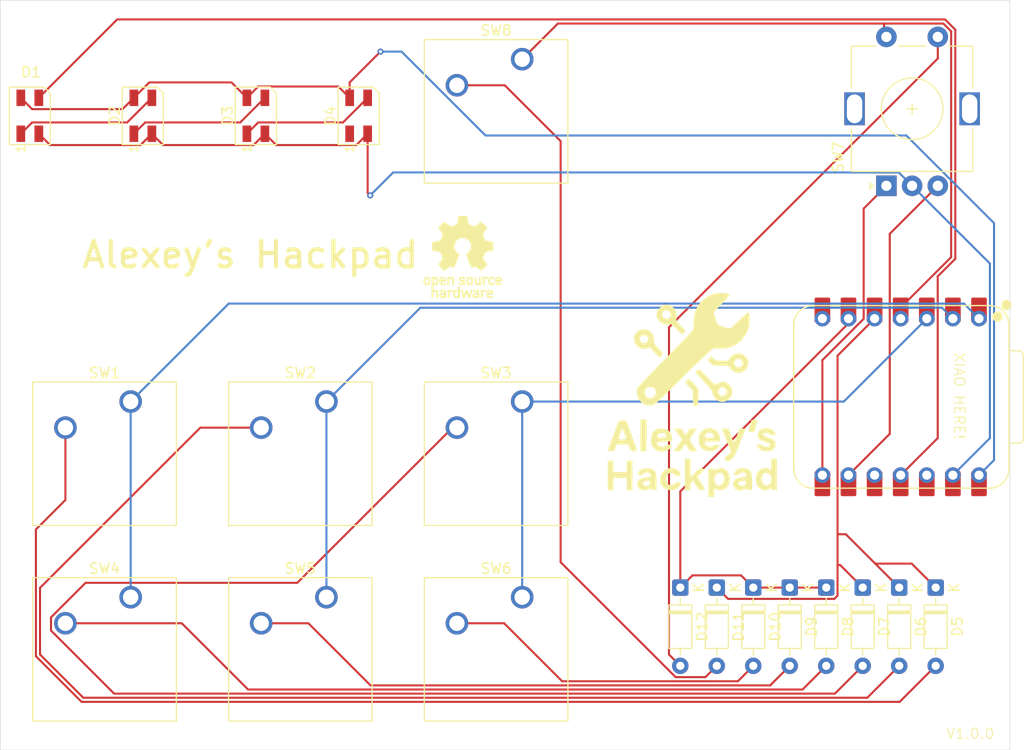
<source format=kicad_pcb>
(kicad_pcb (version 20241229) (generator "pcbnew") (generator_version "9.0")
  (layers (0 "F.Cu" signal) (2 "B.Cu" signal) (13 "F.Paste" user) (15 "B.Paste" user) (5 "F.SilkS" user "F.Silkscreen") (7 "B.SilkS" user "B.Silkscreen") (1 "F.Mask" user) (3 "B.Mask" user) (25 "Edge.Cuts" user))
  (net 0 "")
  (net 1 "LED")
  (net 2 "GND")
  (net 3 "Net-(D1-DOUT)")
  (net 4 "+5V")
  (net 5 "Net-(D2-DOUT)")
  (net 6 "Net-(D3-DOUT)")
  (net 8 "Net-(D5-A)")
  (net 9 "ROW0")
  (net 10 "Net-(D6-A)")
  (net 11 "Net-(D7-A)")
  (net 12 "ROW1")
  (net 13 "Net-(D8-A)")
  (net 14 "Net-(D9-A)")
  (net 15 "Net-(D10-A)")
  (net 16 "COL0")
  (net 17 "COL1")
  (net 18 "COL2")
  (net 19 "Net-(D11-A)")
  (net 20 "Net-(D12-A)")
  (net 23 "COL3")
  (net 25 "ROT0")
  (net 26 "ROT1")
  (footprint "Button_Switch_Keyboard:SW_Cherry_MX_1.00u_PCB" (layer "F.Cu") (at 59.69 102.07625)
    (property "Reference" "SW1" (at -2.54 -2.794 0) (layer "F.SilkS"))
    (property "Value" "SW_Push")
    (pad "" np_thru_hole circle (at -7.62 5.08) (size 1.7 1.7) (drill 1.7) (layers "*.Cu" "*.Mask"))
    (pad "" np_thru_hole circle (at -2.54 5.08) (size 4 4) (drill 4) (layers "*.Cu" "*.Mask"))
    (pad "" np_thru_hole circle (at 2.54 5.08) (size 1.7 1.7) (drill 1.7) (layers "*.Cu" "*.Mask"))
    (pad "1" thru_hole circle (at 0 0) (size 2.2 2.2) (drill 1.5) (layers "*.Cu" "*.Mask") (net 16 "COL0"))
    (pad "2" thru_hole circle (at -6.35 2.54) (size 2.2 2.2) (drill 1.5) (layers "*.Cu" "*.Mask") (net 8 "Net-(D5-A)"))
  )
  (footprint "LED_SMD:LED_SK6812MINI_PLCC4_3.5x3.5mm_P1.75mm" (layer "F.Cu") (at 71.875 74.25 90)
    (property "Reference" "D3" (at 0 -2.75 90) (layer "F.SilkS"))
    (property "Value" "SK6812MINI")
    (fp_text user "1" (at -3.2 -0.875 90) (layer "F.SilkS") (effects (font (size 0.8 0.8))))
    (pad "1" smd rect (at -1.75 -0.875 90) (size 1.6 0.85) (layers "F.Cu" "F.Mask" "F.Paste") (net 6 "Net-(D3-DOUT)"))
    (pad "2" smd rect (at -1.75 0.875 90) (size 1.6 0.85) (layers "F.Cu" "F.Mask" "F.Paste") (net 2 "GND"))
    (pad "3" smd rect (at 1.75 0.875 90) (size 1.6 0.85) (layers "F.Cu" "F.Mask" "F.Paste") (net 5 "Net-(D2-DOUT)"))
    (pad "4" smd rect (at 1.75 -0.875 90) (size 1.6 0.85) (layers "F.Cu" "F.Mask" "F.Paste") (net 4 "+5V"))
  )
  (footprint "LED_SMD:LED_SK6812MINI_PLCC4_3.5x3.5mm_P1.75mm" (layer "F.Cu") (at 49.875 74.25 90)
    (property "Reference" "D1" (at 4.25 0.125 180) (layer "F.SilkS"))
    (property "Value" "SK6812MINI")
    (fp_text user "1" (at -3.2 -0.875 90) (layer "F.SilkS") (effects (font (size 0.8 0.8))))
    (pad "1" smd rect (at -1.75 -0.875 90) (size 1.6 0.85) (layers "F.Cu" "F.Mask" "F.Paste") (net 3 "Net-(D1-DOUT)"))
    (pad "2" smd rect (at -1.75 0.875 90) (size 1.6 0.85) (layers "F.Cu" "F.Mask" "F.Paste") (net 2 "GND"))
    (pad "3" smd rect (at 1.75 0.875 90) (size 1.6 0.85) (layers "F.Cu" "F.Mask" "F.Paste") (net 1 "LED"))
    (pad "4" smd rect (at 1.75 -0.875 90) (size 1.6 0.85) (layers "F.Cu" "F.Mask" "F.Paste") (net 4 "+5V"))
  )
  (footprint "OPL:XIAO-RP2040-DIP" (layer "F.Cu") (at 134.62 101.62 -90)
    (property "Reference" "U1" (hide yes))
    (property "Value" "XIAO-RP2040-DIP")
    (pad "1" smd roundrect (at -8.455 -7.62 90) (size 2.432 1.524) (layers "F.Cu" "F.Mask") (roundrect_rratio 0.1) (net 16 "COL0"))
    (pad "1" thru_hole circle (at -7.62 -7.62 90) (size 1.524 1.524) (drill 0.889) (layers "*.Cu" "*.Mask") (net 16 "COL0"))
    (pad "2" smd roundrect (at -8.455 -5.08 90) (size 2.432 1.524) (layers "F.Cu" "F.Mask") (roundrect_rratio 0.1) (net 17 "COL1"))
    (pad "2" thru_hole circle (at -7.62 -5.08 90) (size 1.524 1.524) (drill 0.889) (layers "*.Cu" "*.Mask") (net 17 "COL1"))
    (pad "3" smd roundrect (at -8.455 -2.54 90) (size 2.432 1.524) (layers "F.Cu" "F.Mask") (roundrect_rratio 0.1) (net 18 "COL2"))
    (pad "3" thru_hole circle (at -7.62 -2.54 90) (size 1.524 1.524) (drill 0.889) (layers "*.Cu" "*.Mask") (net 18 "COL2"))
    (pad "4" smd roundrect (at -8.455 0 90) (size 2.432 1.524) (layers "F.Cu" "F.Mask") (roundrect_rratio 0.1) (net 23 "COL3"))
    (pad "4" thru_hole circle (at -7.62 0 90) (size 1.524 1.524) (drill 0.889) (layers "*.Cu" "*.Mask") (net 23 "COL3"))
    (pad "5" smd roundrect (at -8.455 2.54 90) (size 2.432 1.524) (layers "F.Cu" "F.Mask") (roundrect_rratio 0.1) (net 9 "ROW0"))
    (pad "5" thru_hole circle (at -7.62 2.54 90) (size 1.524 1.524) (drill 0.889) (layers "*.Cu" "*.Mask") (net 9 "ROW0"))
    (pad "6" smd roundrect (at -8.455 5.08 90) (size 2.432 1.524) (layers "F.Cu" "F.Mask") (roundrect_rratio 0.1) (net 12 "ROW1"))
    (pad "6" thru_hole circle (at -7.62 5.08 90) (size 1.524 1.524) (drill 0.889) (layers "*.Cu" "*.Mask") (net 12 "ROW1"))
    (pad "7" smd roundrect (at -8.455 7.62 90) (size 2.432 1.524) (layers "F.Cu" "F.Mask") (roundrect_rratio 0.1))
    (pad "7" thru_hole circle (at -7.62 7.62 90) (size 1.524 1.524) (drill 0.889) (layers "*.Cu" "*.Mask"))
    (pad "8" thru_hole circle (at 7.62 7.62 270) (size 1.524 1.524) (drill 0.889) (layers "*.Cu" "*.Mask") (net 26 "ROT1"))
    (pad "8" smd roundrect (at 8.455 7.62 270) (size 2.432 1.524) (layers "F.Cu" "F.Mask") (roundrect_rratio 0.1) (net 26 "ROT1"))
    (pad "9" thru_hole circle (at 7.62 5.08 270) (size 1.524 1.524) (drill 0.889) (layers "*.Cu" "*.Mask") (net 25 "ROT0"))
    (pad "9" smd roundrect (at 8.455 5.08 270) (size 2.432 1.524) (layers "F.Cu" "F.Mask") (roundrect_rratio 0.1) (net 25 "ROT0"))
    (pad "10" thru_hole circle (at 7.62 2.54 270) (size 1.524 1.524) (drill 0.889) (layers "*.Cu" "*.Mask"))
    (pad "10" smd roundrect (at 8.455 2.54 270) (size 2.432 1.524) (layers "F.Cu" "F.Mask") (roundrect_rratio 0.1))
    (pad "11" thru_hole circle (at 7.62 0 270) (size 1.524 1.524) (drill 0.889) (layers "*.Cu" "*.Mask") (net 1 "LED"))
    (pad "11" smd roundrect (at 8.455 0 270) (size 2.432 1.524) (layers "F.Cu" "F.Mask") (roundrect_rratio 0.1) (net 1 "LED"))
    (pad "12" thru_hole circle (at 7.62 -2.54 270) (size 1.524 1.524) (drill 0.889) (layers "*.Cu" "*.Mask"))
    (pad "12" smd roundrect (at 8.455 -2.54 270) (size 2.432 1.524) (layers "F.Cu" "F.Mask") (roundrect_rratio 0.1))
    (pad "13" thru_hole circle (at 7.62 -5.08 270) (size 1.524 1.524) (drill 0.889) (layers "*.Cu" "*.Mask") (net 2 "GND"))
    (pad "13" smd roundrect (at 8.455 -5.08 270) (size 2.432 1.524) (layers "F.Cu" "F.Mask") (roundrect_rratio 0.1) (net 2 "GND"))
    (pad "14" thru_hole circle (at 7.62 -7.62 270) (size 1.524 1.524) (drill 0.889) (layers "*.Cu" "*.Mask") (net 4 "+5V"))
    (pad "14" smd roundrect (at 8.455 -7.62 270) (size 2.432 1.524) (layers "F.Cu" "F.Mask") (roundrect_rratio 0.1) (net 4 "+5V"))
  )
  (footprint "Button_Switch_Keyboard:SW_Cherry_MX_1.00u_PCB" (layer "F.Cu") (at 97.79 102.07625)
    (property "Reference" "SW3" (at -2.54 -2.794 0) (layer "F.SilkS"))
    (property "Value" "SW_Push")
    (pad "" np_thru_hole circle (at -7.62 5.08) (size 1.7 1.7) (drill 1.7) (layers "*.Cu" "*.Mask"))
    (pad "" np_thru_hole circle (at -2.54 5.08) (size 4 4) (drill 4) (layers "*.Cu" "*.Mask"))
    (pad "" np_thru_hole circle (at 2.54 5.08) (size 1.7 1.7) (drill 1.7) (layers "*.Cu" "*.Mask"))
    (pad "1" thru_hole circle (at 0 0) (size 2.2 2.2) (drill 1.5) (layers "*.Cu" "*.Mask") (net 18 "COL2"))
    (pad "2" thru_hole circle (at -6.35 2.54) (size 2.2 2.2) (drill 1.5) (layers "*.Cu" "*.Mask") (net 11 "Net-(D7-A)"))
  )
  (footprint "LED_SMD:LED_SK6812MINI_PLCC4_3.5x3.5mm_P1.75mm" (layer "F.Cu") (at 81.875 74.25 90)
    (property "Reference" "D4" (at 0 -2.75 90) (layer "F.SilkS"))
    (property "Value" "SK6812MINI")
    (fp_text user "1" (at -3.2 -0.875 90) (layer "F.SilkS") (effects (font (size 0.8 0.8))))
    (pad "1" smd rect (at -1.75 -0.875 90) (size 1.6 0.85) (layers "F.Cu" "F.Mask" "F.Paste"))
    (pad "2" smd rect (at -1.75 0.875 90) (size 1.6 0.85) (layers "F.Cu" "F.Mask" "F.Paste") (net 2 "GND"))
    (pad "3" smd rect (at 1.75 0.875 90) (size 1.6 0.85) (layers "F.Cu" "F.Mask" "F.Paste") (net 6 "Net-(D3-DOUT)"))
    (pad "4" smd rect (at 1.75 -0.875 90) (size 1.6 0.85) (layers "F.Cu" "F.Mask" "F.Paste") (net 4 "+5V"))
  )
  (footprint "LED_SMD:LED_SK6812MINI_PLCC4_3.5x3.5mm_P1.75mm" (layer "F.Cu") (at 60.875 74.25 90)
    (property "Reference" "D2" (at 0 -2.75 90) (layer "F.SilkS"))
    (property "Value" "SK6812MINI")
    (fp_text user "1" (at -3.2 -0.875 90) (layer "F.SilkS") (effects (font (size 0.8 0.8))))
    (pad "1" smd rect (at -1.75 -0.875 90) (size 1.6 0.85) (layers "F.Cu" "F.Mask" "F.Paste") (net 5 "Net-(D2-DOUT)"))
    (pad "2" smd rect (at -1.75 0.875 90) (size 1.6 0.85) (layers "F.Cu" "F.Mask" "F.Paste") (net 2 "GND"))
    (pad "3" smd rect (at 1.75 0.875 90) (size 1.6 0.85) (layers "F.Cu" "F.Mask" "F.Paste") (net 3 "Net-(D1-DOUT)"))
    (pad "4" smd rect (at 1.75 -0.875 90) (size 1.6 0.85) (layers "F.Cu" "F.Mask" "F.Paste") (net 4 "+5V"))
  )
  (footprint "Diode_THT:D_DO-35_SOD27_P7.62mm_Horizontal" (layer "F.Cu") (at 116.725 120.19 -90)
    (property "Reference" "D11" (at 3.81 -2.12 90) (layer "F.SilkS"))
    (property "Value" "1N4148")
    (fp_text user "K" (at 0 -1.8 90) (layer "F.SilkS"))
    (pad "1" thru_hole roundrect (at 0 0 270) (size 1.6 1.6) (drill 0.8) (layers "*.Cu" "*.Mask") (roundrect_rratio 0.15625) (net 9 "ROW0"))
    (pad "2" thru_hole circle (at 7.62 0 270) (size 1.6 1.6) (drill 0.8) (layers "*.Cu" "*.Mask") (net 19 "Net-(D11-A)"))
  )
  (footprint "Diode_THT:D_DO-35_SOD27_P7.62mm_Horizontal" (layer "F.Cu") (at 113.175 120.19 -90)
    (property "Reference" "D12" (at 3.81 -2.12 90) (layer "F.SilkS"))
    (property "Value" "1N4148")
    (fp_text user "K" (at 0 -1.8 90) (layer "F.SilkS"))
    (pad "1" thru_hole roundrect (at 0 0 270) (size 1.6 1.6) (drill 0.8) (layers "*.Cu" "*.Mask") (roundrect_rratio 0.15625) (net 12 "ROW1"))
    (pad "2" thru_hole circle (at 7.62 0 270) (size 1.6 1.6) (drill 0.8) (layers "*.Cu" "*.Mask") (net 20 "Net-(D12-A)"))
  )
  (footprint "LOGO" (layer "F.Cu") (at 113.5 100.5)
    (property "Reference" "G***" (hide yes))
    (property "Value" "LOGO" (hide yes))
  )
  (footprint "Diode_THT:D_DO-35_SOD27_P7.62mm_Horizontal" (layer "F.Cu") (at 123.825 120.19 -90)
    (property "Reference" "D9" (at 3.81 -2.12 90) (layer "F.SilkS"))
    (property "Value" "1N4148")
    (fp_text user "K" (at 0 -1.8 90) (layer "F.SilkS"))
    (pad "1" thru_hole roundrect (at 0 0 270) (size 1.6 1.6) (drill 0.8) (layers "*.Cu" "*.Mask") (roundrect_rratio 0.15625) (net 12 "ROW1"))
    (pad "2" thru_hole circle (at 7.62 0 270) (size 1.6 1.6) (drill 0.8) (layers "*.Cu" "*.Mask") (net 14 "Net-(D9-A)"))
  )
  (footprint "Diode_THT:D_DO-35_SOD27_P7.62mm_Horizontal" (layer "F.Cu") (at 138.025 120.19 -90)
    (property "Reference" "D5" (at 3.81 -2.12 90) (layer "F.SilkS"))
    (property "Value" "1N4148")
    (fp_text user "K" (at 0 -1.8 90) (layer "F.SilkS"))
    (pad "1" thru_hole roundrect (at 0 0 270) (size 1.6 1.6) (drill 0.8) (layers "*.Cu" "*.Mask") (roundrect_rratio 0.15625) (net 9 "ROW0"))
    (pad "2" thru_hole circle (at 7.62 0 270) (size 1.6 1.6) (drill 0.8) (layers "*.Cu" "*.Mask") (net 8 "Net-(D5-A)"))
  )
  (footprint "Rotary_Encoder:RotaryEncoder_Alps_EC11E-Switch_Vertical_H20mm" (layer "F.Cu") (at 133.23125 81.06875 90)
    (property "Reference" "SW7" (at 2.8 -4.7 90) (layer "F.SilkS"))
    (property "Value" "RotaryEncoder_Switch")
    (pad "A" thru_hole rect (at 0 0 90) (size 2 2) (drill 1) (layers "*.Cu" "*.Mask") (net 26 "ROT1"))
    (pad "B" thru_hole circle (at 0 5 90) (size 2 2) (drill 1) (layers "*.Cu" "*.Mask") (net 25 "ROT0"))
    (pad "C" thru_hole circle (at 0 2.5 90) (size 2 2) (drill 1) (layers "*.Cu" "*.Mask") (net 2 "GND"))
    (pad "MP" thru_hole rect (at 7.5 -3.1 90) (size 3.2 2) (drill oval 2.8 1.5) (layers "*.Cu" "*.Mask"))
    (pad "MP" thru_hole rect (at 7.5 8.1 90) (size 3.2 2) (drill oval 2.8 1.5) (layers "*.Cu" "*.Mask"))
    (pad "S1" thru_hole circle (at 14.5 5 90) (size 2 2) (drill 1) (layers "*.Cu" "*.Mask") (net 20 "Net-(D12-A)"))
    (pad "S2" thru_hole circle (at 14.5 0 90) (size 2 2) (drill 1) (layers "*.Cu" "*.Mask") (net 23 "COL3"))
  )
  (footprint "Diode_THT:D_DO-35_SOD27_P7.62mm_Horizontal" (layer "F.Cu") (at 130.925 120.19 -90)
    (property "Reference" "D7" (at 3.81 -2.12 90) (layer "F.SilkS"))
    (property "Value" "1N4148")
    (fp_text user "K" (at 0 -1.8 90) (layer "F.SilkS"))
    (pad "1" thru_hole roundrect (at 0 0 270) (size 1.6 1.6) (drill 0.8) (layers "*.Cu" "*.Mask") (roundrect_rratio 0.15625) (net 9 "ROW0"))
    (pad "2" thru_hole circle (at 7.62 0 270) (size 1.6 1.6) (drill 0.8) (layers "*.Cu" "*.Mask") (net 11 "Net-(D7-A)"))
  )
  (footprint "Diode_THT:D_DO-35_SOD27_P7.62mm_Horizontal" (layer "F.Cu") (at 127.375 120.19 -90)
    (property "Reference" "D8" (at 3.81 -2.12 90) (layer "F.SilkS"))
    (property "Value" "1N4148")
    (fp_text user "K" (at 0 -1.8 90) (layer "F.SilkS"))
    (pad "1" thru_hole roundrect (at 0 0 270) (size 1.6 1.6) (drill 0.8) (layers "*.Cu" "*.Mask") (roundrect_rratio 0.15625) (net 12 "ROW1"))
    (pad "2" thru_hole circle (at 7.62 0 270) (size 1.6 1.6) (drill 0.8) (layers "*.Cu" "*.Mask") (net 13 "Net-(D8-A)"))
  )
  (footprint "Button_Switch_Keyboard:SW_Cherry_MX_1.00u_PCB" (layer "F.Cu") (at 78.74 121.12625)
    (property "Reference" "SW5" (at -2.54 -2.794 0) (layer "F.SilkS"))
    (property "Value" "SW_Push")
    (pad "" np_thru_hole circle (at -7.62 5.08) (size 1.7 1.7) (drill 1.7) (layers "*.Cu" "*.Mask"))
    (pad "" np_thru_hole circle (at -2.54 5.08) (size 4 4) (drill 4) (layers "*.Cu" "*.Mask"))
    (pad "" np_thru_hole circle (at 2.54 5.08) (size 1.7 1.7) (drill 1.7) (layers "*.Cu" "*.Mask"))
    (pad "1" thru_hole circle (at 0 0) (size 2.2 2.2) (drill 1.5) (layers "*.Cu" "*.Mask") (net 17 "COL1"))
    (pad "2" thru_hole circle (at -6.35 2.54) (size 2.2 2.2) (drill 1.5) (layers "*.Cu" "*.Mask") (net 14 "Net-(D9-A)"))
  )
  (footprint "Button_Switch_Keyboard:SW_Cherry_MX_1.00u_PCB" (layer "F.Cu") (at 78.74 102.07625)
    (property "Reference" "SW2" (at -2.54 -2.794 0) (layer "F.SilkS"))
    (property "Value" "SW_Push")
    (pad "" np_thru_hole circle (at -7.62 5.08) (size 1.7 1.7) (drill 1.7) (layers "*.Cu" "*.Mask"))
    (pad "" np_thru_hole circle (at -2.54 5.08) (size 4 4) (drill 4) (layers "*.Cu" "*.Mask"))
    (pad "" np_thru_hole circle (at 2.54 5.08) (size 1.7 1.7) (drill 1.7) (layers "*.Cu" "*.Mask"))
    (pad "1" thru_hole circle (at 0 0) (size 2.2 2.2) (drill 1.5) (layers "*.Cu" "*.Mask") (net 17 "COL1"))
    (pad "2" thru_hole circle (at -6.35 2.54) (size 2.2 2.2) (drill 1.5) (layers "*.Cu" "*.Mask") (net 10 "Net-(D6-A)"))
  )
  (footprint "Diode_THT:D_DO-35_SOD27_P7.62mm_Horizontal" (layer "F.Cu") (at 120.275 120.19 -90)
    (property "Reference" "D10" (at 3.81 -2.12 90) (layer "F.SilkS"))
    (property "Value" "1N4148")
    (fp_text user "K" (at 0 -1.8 90) (layer "F.SilkS"))
    (pad "1" thru_hole roundrect (at 0 0 270) (size 1.6 1.6) (drill 0.8) (layers "*.Cu" "*.Mask") (roundrect_rratio 0.15625) (net 12 "ROW1"))
    (pad "2" thru_hole circle (at 7.62 0 270) (size 1.6 1.6) (drill 0.8) (layers "*.Cu" "*.Mask") (net 15 "Net-(D10-A)"))
  )
  (footprint "Diode_THT:D_DO-35_SOD27_P7.62mm_Horizontal" (layer "F.Cu") (at 134.475 120.19 -90)
    (property "Reference" "D6" (at 3.81 -2.12 90) (layer "F.SilkS"))
    (property "Value" "1N4148")
    (fp_text user "K" (at 0 -1.8 90) (layer "F.SilkS"))
    (pad "1" thru_hole roundrect (at 0 0 270) (size 1.6 1.6) (drill 0.8) (layers "*.Cu" "*.Mask") (roundrect_rratio 0.15625) (net 9 "ROW0"))
    (pad "2" thru_hole circle (at 7.62 0 270) (size 1.6 1.6) (drill 0.8) (layers "*.Cu" "*.Mask") (net 10 "Net-(D6-A)"))
  )
  (footprint "Symbol:OSHW-Logo_7.5x8mm_SilkScreen" (layer "F.Cu") (at 92 88)
    (property "Reference" "REF**" (hide yes))
    (property "Value" "OSHW-Logo_7.5x8mm_SilkScreen" (hide yes))
  )
  (footprint "Button_Switch_Keyboard:SW_Cherry_MX_1.00u_PCB" (layer "F.Cu") (at 97.79 68.73875)
    (property "Reference" "SW8" (at -2.54 -2.794 0) (layer "F.SilkS"))
    (property "Value" "SW_Push")
    (pad "" np_thru_hole circle (at -7.62 5.08) (size 1.7 1.7) (drill 1.7) (layers "*.Cu" "*.Mask"))
    (pad "" np_thru_hole circle (at -2.54 5.08) (size 4 4) (drill 4) (layers "*.Cu" "*.Mask"))
    (pad "" np_thru_hole circle (at 2.54 5.08) (size 1.7 1.7) (drill 1.7) (layers "*.Cu" "*.Mask"))
    (pad "1" thru_hole circle (at 0 0) (size 2.2 2.2) (drill 1.5) (layers "*.Cu" "*.Mask") (net 23 "COL3"))
    (pad "2" thru_hole circle (at -6.35 2.54) (size 2.2 2.2) (drill 1.5) (layers "*.Cu" "*.Mask") (net 19 "Net-(D11-A)"))
  )
  (footprint "Button_Switch_Keyboard:SW_Cherry_MX_1.00u_PCB" (layer "F.Cu") (at 59.69 121.12625)
    (property "Reference" "SW4" (at -2.54 -2.794 0) (layer "F.SilkS"))
    (property "Value" "SW_Push")
    (pad "" np_thru_hole circle (at -7.62 5.08) (size 1.7 1.7) (drill 1.7) (layers "*.Cu" "*.Mask"))
    (pad "" np_thru_hole circle (at -2.54 5.08) (size 4 4) (drill 4) (layers "*.Cu" "*.Mask"))
    (pad "" np_thru_hole circle (at 2.54 5.08) (size 1.7 1.7) (drill 1.7) (layers "*.Cu" "*.Mask"))
    (pad "1" thru_hole circle (at 0 0) (size 2.2 2.2) (drill 1.5) (layers "*.Cu" "*.Mask") (net 16 "COL0"))
    (pad "2" thru_hole circle (at -6.35 2.54) (size 2.2 2.2) (drill 1.5) (layers "*.Cu" "*.Mask") (net 13 "Net-(D8-A)"))
  )
  (footprint "Button_Switch_Keyboard:SW_Cherry_MX_1.00u_PCB" (layer "F.Cu") (at 97.79 121.12625)
    (property "Reference" "SW6" (at -2.54 -2.794 0) (layer "F.SilkS"))
    (property "Value" "SW_Push")
    (pad "" np_thru_hole circle (at -7.62 5.08) (size 1.7 1.7) (drill 1.7) (layers "*.Cu" "*.Mask"))
    (pad "" np_thru_hole circle (at -2.54 5.08) (size 4 4) (drill 4) (layers "*.Cu" "*.Mask"))
    (pad "" np_thru_hole circle (at 2.54 5.08) (size 1.7 1.7) (drill 1.7) (layers "*.Cu" "*.Mask"))
    (pad "1" thru_hole circle (at 0 0) (size 2.2 2.2) (drill 1.5) (layers "*.Cu" "*.Mask") (net 18 "COL2"))
    (pad "2" thru_hole circle (at -6.35 2.54) (size 2.2 2.2) (drill 1.5) (layers "*.Cu" "*.Mask") (net 15 "Net-(D10-A)"))
  )
  (gr_rect (start 47 63) (end 145.25 136) (stroke (width 0.05)) (fill no) (layer "Edge.Cuts"))
  (gr_text "XIAO HERE!" (at 139.75 97.25 270) (layer "F.SilkS") (effects (font (size 1 1) (thickness 0.1)) (justify left bottom)))
  (gr_text "V1.0.0" (at 139 135 0) (layer "F.SilkS") (effects (font (size 1 1) (thickness 0.1)) (justify left bottom)))
  (gr_text "Alexey's Hackpad" (at 54.75 89.25 0) (layer "F.SilkS") (effects (font (size 2.5 2.5) (thickness 0.4)) (justify left bottom)))
  (segment (start 139.93325 65.863758) (end 138.936242 64.86675) (width 0.2) (layer "F.Cu") (net 1))
  (segment (start 138.223 89.88647) (end 139.93325 88.17622) (width 0.2) (layer "F.Cu") (net 1))
  (segment (start 134.62 109.24) (end 138.223 105.637) (width 0.2) (layer "F.Cu") (net 1))
  (segment (start 139.93325 88.17622) (end 139.93325 65.863758) (width 0.2) (layer "F.Cu") (net 1))
  (segment (start 138.223 105.637) (end 138.223 89.88647) (width 0.2) (layer "F.Cu") (net 1))
  (segment (start 58.38325 64.86675) (end 50.75 72.5) (width 0.2) (layer "F.Cu") (net 1))
  (segment (start 138.936242 64.86675) (end 58.38325 64.86675) (width 0.2) (layer "F.Cu") (net 1))
  (segment (start 72.75 76) (end 71.649 77.101) (width 0.2) (layer "F.Cu") (net 2))
  (segment (start 83 82) (end 82.75 81.75) (width 0.2) (layer "F.Cu") (net 2))
  (segment (start 73.851 77.101) (end 72.75 76) (width 0.2) (layer "F.Cu") (net 2))
  (segment (start 51.851 77.101) (end 50.75 76) (width 0.2) (layer "F.Cu") (net 2))
  (segment (start 82.75 81.75) (end 82.75 76) (width 0.2) (layer "F.Cu") (net 2))
  (segment (start 82.75 76) (end 81.649 77.101) (width 0.2) (layer "F.Cu") (net 2))
  (segment (start 71.649 77.101) (end 62.851 77.101) (width 0.2) (layer "F.Cu") (net 2))
  (segment (start 61.75 76) (end 60.649 77.101) (width 0.2) (layer "F.Cu") (net 2))
  (segment (start 81.649 77.101) (end 73.851 77.101) (width 0.2) (layer "F.Cu") (net 2))
  (segment (start 62.851 77.101) (end 61.75 76) (width 0.2) (layer "F.Cu") (net 2))
  (segment (start 60.649 77.101) (end 51.851 77.101) (width 0.2) (layer "F.Cu") (net 2))
  (via (at 83 82) (size 0.6) (drill 0.3) (layers "F.Cu" "B.Cu") (net 2))
  (segment (start 134.43025 79.76775) (end 85.23225 79.76775) (width 0.2) (layer "B.Cu") (net 2))
  (segment (start 143.303 105.637) (end 143.303 88.6405) (width 0.2) (layer "B.Cu") (net 2))
  (segment (start 143.303 88.6405) (end 135.73125 81.06875) (width 0.2) (layer "B.Cu") (net 2))
  (segment (start 135.73125 81.06875) (end 134.43025 79.76775) (width 0.2) (layer "B.Cu") (net 2))
  (segment (start 139.7 109.24) (end 143.303 105.637) (width 0.2) (layer "B.Cu") (net 2))
  (segment (start 85.23225 79.76775) (end 83 82) (width 0.2) (layer "B.Cu") (net 2))
  (segment (start 59.351 74.899) (end 61.75 72.5) (width 0.2) (layer "F.Cu") (net 3))
  (segment (start 49 76) (end 50.101 74.899) (width 0.2) (layer "F.Cu") (net 3))
  (segment (start 50.101 74.899) (end 59.351 74.899) (width 0.2) (layer "F.Cu") (net 3))
  (segment (start 61.5 71) (end 60 72.5) (width 0.2) (layer "F.Cu") (net 4))
  (segment (start 58.899 73.601) (end 50.101 73.601) (width 0.2) (layer "F.Cu") (net 4))
  (segment (start 69.5 71) (end 61.5 71) (width 0.2) (layer "F.Cu") (net 4))
  (segment (start 72.101 71.399) (end 71 72.5) (width 0.2) (layer "F.Cu") (net 4))
  (segment (start 84 68) (end 81 71) (width 0.2) (layer "F.Cu") (net 4))
  (segment (start 71 72.5) (end 69.5 71) (width 0.2) (layer "F.Cu") (net 4))
  (segment (start 50.101 73.601) (end 49 72.5) (width 0.2) (layer "F.Cu") (net 4))
  (segment (start 81 71) (end 81 72.5) (width 0.2) (layer "F.Cu") (net 4))
  (segment (start 79.899 71.399) (end 72.101 71.399) (width 0.2) (layer "F.Cu") (net 4))
  (segment (start 81 72.5) (end 79.899 71.399) (width 0.2) (layer "F.Cu") (net 4))
  (segment (start 60 72.5) (end 58.899 73.601) (width 0.2) (layer "F.Cu") (net 4))
  (via (at 84 68) (size 0.6) (drill 0.3) (layers "F.Cu" "B.Cu") (net 4))
  (segment (start 86.04972 68) (end 84 68) (width 0.2) (layer "B.Cu") (net 4))
  (segment (start 143.704 107.776) (end 143.704 84.701608) (width 0.2) (layer "B.Cu") (net 4))
  (segment (start 135.172142 76.16975) (end 94.21947 76.16975) (width 0.2) (layer "B.Cu") (net 4))
  (segment (start 143.704 84.701608) (end 135.172142 76.16975) (width 0.2) (layer "B.Cu") (net 4))
  (segment (start 142.24 109.24) (end 143.704 107.776) (width 0.2) (layer "B.Cu") (net 4))
  (segment (start 94.21947 76.16975) (end 86.04972 68) (width 0.2) (layer "B.Cu") (net 4))
  (segment (start 70.351 74.899) (end 72.75 72.5) (width 0.2) (layer "F.Cu") (net 5))
  (segment (start 61.101 74.899) (end 70.351 74.899) (width 0.2) (layer "F.Cu") (net 5))
  (segment (start 60 76) (end 61.101 74.899) (width 0.2) (layer "F.Cu") (net 5))
  (segment (start 71 76) (end 72.101 74.899) (width 0.2) (layer "F.Cu") (net 6))
  (segment (start 72.101 74.899) (end 80.351 74.899) (width 0.2) (layer "F.Cu") (net 6))
  (segment (start 80.351 74.899) (end 82.75 72.5) (width 0.2) (layer "F.Cu") (net 6))
  (segment (start 50.468 114.532) (end 53.34 111.66) (width 0.2) (layer "F.Cu") (net 8))
  (segment (start 54.91518 131.317) (end 50.468 126.86982) (width 0.2) (layer "F.Cu") (net 8))
  (segment (start 53.34 111.66) (end 53.34 104.61625) (width 0.2) (layer "F.Cu") (net 8))
  (segment (start 50.468 126.86982) (end 50.468 114.532) (width 0.2) (layer "F.Cu") (net 8))
  (segment (start 138.025 127.81) (end 134.518 131.317) (width 0.2) (layer "F.Cu") (net 8))
  (segment (start 134.518 131.317) (end 54.91518 131.317) (width 0.2) (layer "F.Cu") (net 8))
  (segment (start 132.1425 117.8575) (end 134.475 120.19) (width 0.2) (layer "F.Cu") (net 9))
  (segment (start 128.476 115) (end 128.476 118) (width 0.2) (layer "F.Cu") (net 9))
  (segment (start 132.08 94) (end 128.476 97.604) (width 0.2) (layer "F.Cu") (net 9))
  (segment (start 135.6925 117.8575) (end 138.025 120.19) (width 0.2) (layer "F.Cu") (net 9))
  (segment (start 128.16016 121.291) (end 117.826 121.291) (width 0.2) (layer "F.Cu") (net 9))
  (segment (start 129.285 115) (end 132.1425 117.8575) (width 0.2) (layer "F.Cu") (net 9))
  (segment (start 128.735 118) (end 130.925 120.19) (width 0.2) (layer "F.Cu") (net 9))
  (segment (start 117.826 121.291) (end 116.725 120.19) (width 0.2) (layer "F.Cu") (net 9))
  (segment (start 128.476 115) (end 129.285 115) (width 0.2) (layer "F.Cu") (net 9))
  (segment (start 128.476 118) (end 128.735 118) (width 0.2) (layer "F.Cu") (net 9))
  (segment (start 128.476 97.604) (end 128.476 115) (width 0.2) (layer "F.Cu") (net 9))
  (segment (start 132.1425 117.8575) (end 135.6925 117.8575) (width 0.2) (layer "F.Cu") (net 9))
  (segment (start 128.476 118) (end 128.476 120.97516) (width 0.2) (layer "F.Cu") (net 9))
  (segment (start 128.476 120.97516) (end 128.16016 121.291) (width 0.2) (layer "F.Cu") (net 9))
  (segment (start 66.46847 104.61625) (end 72.39 104.61625) (width 0.2) (layer "F.Cu") (net 10))
  (segment (start 50.869 126.70372) (end 50.869 120.21572) (width 0.2) (layer "F.Cu") (net 10))
  (segment (start 50.869 120.21572) (end 66.46847 104.61625) (width 0.2) (layer "F.Cu") (net 10))
  (segment (start 131.369 130.916) (end 55.08128 130.916) (width 0.2) (layer "F.Cu") (net 10))
  (segment (start 134.475 127.81) (end 131.369 130.916) (width 0.2) (layer "F.Cu") (net 10))
  (segment (start 55.08128 130.916) (end 50.869 126.70372) (width 0.2) (layer "F.Cu") (net 10))
  (segment (start 58.07722 130.515) (end 51.939 124.37678) (width 0.2) (layer "F.Cu") (net 11))
  (segment (start 55.299686 119.72525) (end 75.90253 119.72525) (width 0.2) (layer "F.Cu") (net 11))
  (segment (start 75.90253 119.72525) (end 91.01153 104.61625) (width 0.2) (layer "F.Cu") (net 11))
  (segment (start 128.22 130.515) (end 58.07722 130.515) (width 0.2) (layer "F.Cu") (net 11))
  (segment (start 51.939 124.37678) (end 51.939 123.085936) (width 0.2) (layer "F.Cu") (net 11))
  (segment (start 51.939 123.085936) (end 55.299686 119.72525) (width 0.2) (layer "F.Cu") (net 11))
  (segment (start 91.01153 104.61625) (end 91.44 104.61625) (width 0.2) (layer "F.Cu") (net 11))
  (segment (start 130.925 127.81) (end 128.22 130.515) (width 0.2) (layer "F.Cu") (net 11))
  (segment (start 123.825 120.19) (end 127.375 120.19) (width 0.2) (layer "F.Cu") (net 12))
  (segment (start 114.365 119) (end 119.085 119) (width 0.2) (layer "F.Cu") (net 12))
  (segment (start 113.175 110.825) (end 113.175 120.19) (width 0.2) (layer "F.Cu") (net 12))
  (segment (start 119.085 119) (end 120.275 120.19) (width 0.2) (layer "F.Cu") (net 12))
  (segment (start 129.54 94.46) (end 113.175 110.825) (width 0.2) (layer "F.Cu") (net 12))
  (segment (start 113.175 120.19) (end 114.365 119) (width 0.2) (layer "F.Cu") (net 12))
  (segment (start 129.54 94) (end 129.54 94.46) (width 0.2) (layer "F.Cu") (net 12))
  (segment (start 120.275 120.19) (end 123.825 120.19) (width 0.2) (layer "F.Cu") (net 12))
  (segment (start 125.071 130.114) (end 71.114 130.114) (width 0.2) (layer "F.Cu") (net 13))
  (segment (start 71.114 130.114) (end 64.66625 123.66625) (width 0.2) (layer "F.Cu") (net 13))
  (segment (start 64.66625 123.66625) (end 53.34 123.66625) (width 0.2) (layer "F.Cu") (net 13))
  (segment (start 127.375 127.81) (end 125.071 130.114) (width 0.2) (layer "F.Cu") (net 13))
  (segment (start 76.984816 123.66625) (end 72.39 123.66625) (width 0.2) (layer "F.Cu") (net 14))
  (segment (start 123.825 127.81) (end 121.922 129.713) (width 0.2) (layer "F.Cu") (net 14))
  (segment (start 121.922 129.713) (end 83.031566 129.713) (width 0.2) (layer "F.Cu") (net 14))
  (segment (start 83.031566 129.713) (end 76.984816 123.66625) (width 0.2) (layer "F.Cu") (net 14))
  (segment (start 101.680566 129.312) (end 96.034816 123.66625) (width 0.2) (layer "F.Cu") (net 15))
  (segment (start 120.275 127.81) (end 118.773 129.312) (width 0.2) (layer "F.Cu") (net 15))
  (segment (start 96.034816 123.66625) (end 91.44 123.66625) (width 0.2) (layer "F.Cu") (net 15))
  (segment (start 118.773 129.312) (end 101.680566 129.312) (width 0.2) (layer "F.Cu") (net 15))
  (segment (start 69.23025 92.536) (end 140.776 92.536) (width 0.2) (layer "B.Cu") (net 16))
  (segment (start 59.69 102.07625) (end 69.23025 92.536) (width 0.2) (layer "B.Cu") (net 16))
  (segment (start 140.776 92.536) (end 142.24 94) (width 0.2) (layer "B.Cu") (net 16))
  (segment (start 59.69 102.07625) (end 59.69 121.12625) (width 0.2) (layer "B.Cu") (net 16))
  (segment (start 78.74 102.07625) (end 87.87925 92.937) (width 0.2) (layer "B.Cu") (net 17))
  (segment (start 78.74 102.07625) (end 78.74 121.12625) (width 0.2) (layer "B.Cu") (net 17))
  (segment (start 87.87925 92.937) (end 138.637 92.937) (width 0.2) (layer "B.Cu") (net 17))
  (segment (start 138.637 92.937) (end 139.7 94) (width 0.2) (layer "B.Cu") (net 17))
  (segment (start 97.79 102.07625) (end 129.08375 102.07625) (width 0.2) (layer "B.Cu") (net 18))
  (segment (start 129.08375 102.07625) (end 137.16 94) (width 0.2) (layer "B.Cu") (net 18))
  (segment (start 97.79 102.07625) (end 97.79 121.12625) (width 0.2) (layer "B.Cu") (net 18))
  (segment (start 115.624 128.911) (end 112.71895 128.911) (width 0.2) (layer "F.Cu") (net 19))
  (segment (start 101.531 117.72305) (end 101.531 76.71822) (width 0.2) (layer "F.Cu") (net 19))
  (segment (start 116.725 127.81) (end 115.624 128.911) (width 0.2) (layer "F.Cu") (net 19))
  (segment (start 112.71895 128.911) (end 101.531 117.72305) (width 0.2) (layer "F.Cu") (net 19))
  (segment (start 96.09153 71.27875) (end 91.44 71.27875) (width 0.2) (layer "F.Cu") (net 19))
  (segment (start 101.531 76.71822) (end 96.09153 71.27875) (width 0.2) (layer "F.Cu") (net 19))
  (segment (start 112.074 126.709) (end 112.074 94.828) (width 0.2) (layer "F.Cu") (net 20))
  (segment (start 113.175 127.81) (end 112.074 126.709) (width 0.2) (layer "F.Cu") (net 20))
  (segment (start 138.23125 68.67075) (end 138.23125 66.56875) (width 0.2) (layer "F.Cu") (net 20))
  (segment (start 112.074 94.828) (end 138.23125 68.67075) (width 0.2) (layer "F.Cu") (net 20))
  (segment (start 133 65.26775) (end 101.261 65.26775) (width 0.2) (layer "F.Cu") (net 23))
  (segment (start 134.62 92.92237) (end 139.53225 88.01012) (width 0.2) (layer "F.Cu") (net 23))
  (segment (start 139.53225 88.01012) (end 139.53225 66.029858) (width 0.2) (layer "F.Cu") (net 23))
  (segment (start 139.53225 66.029858) (end 138.770142 65.26775) (width 0.2) (layer "F.Cu") (net 23))
  (segment (start 101.261 65.26775) (end 97.79 68.73875) (width 0.2) (layer "F.Cu") (net 23))
  (segment (start 138.770142 65.26775) (end 133 65.26775) (width 0.2) (layer "F.Cu") (net 23))
  (segment (start 133 66.3375) (end 133 65.26775) (width 0.2) (layer "F.Cu") (net 23))
  (segment (start 134.62 94) (end 134.62 92.92237) (width 0.2) (layer "F.Cu") (net 23))
  (segment (start 133.23125 66.56875) (end 133 66.3375) (width 0.2) (layer "F.Cu") (net 23))
  (segment (start 133.557 85.743) (end 138.23125 81.06875) (width 0.2) (layer "F.Cu") (net 25))
  (segment (start 129.54 109.24) (end 133.557 105.223) (width 0.2) (layer "F.Cu") (net 25))
  (segment (start 133.557 105.223) (end 133.557 85.743) (width 0.2) (layer "F.Cu") (net 25))
  (segment (start 127 109.24) (end 127 98.04331) (width 0.2) (layer "F.Cu") (net 26))
  (segment (start 127 98.04331) (end 131.017 94.02631) (width 0.2) (layer "F.Cu") (net 26))
  (segment (start 131.017 94.02631) (end 131.017 83.283) (width 0.2) (layer "F.Cu") (net 26))
  (segment (start 131.017 83.283) (end 133.23125 81.06875) (width 0.2) (layer "F.Cu") (net 26))
)
</source>
